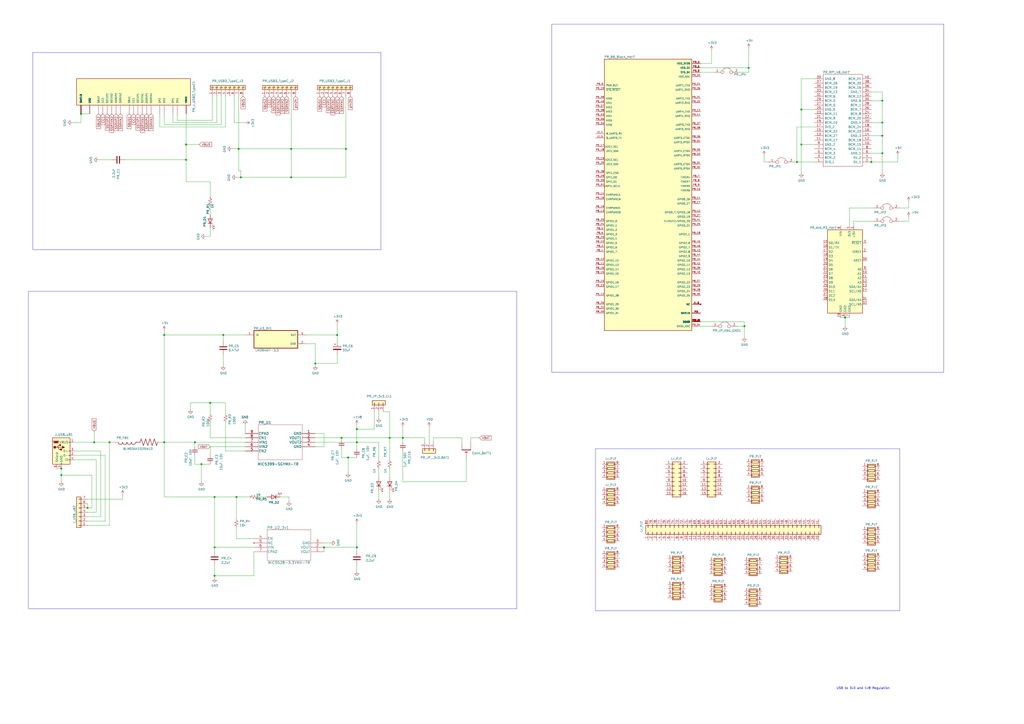
<source format=kicad_sch>
(kicad_sch (version 20230121) (generator eeschema)
  (paper "A2")
  (junction (at 107.95 83.82))
  (junction (at 201.93 265.43))
  (junction (at 200.66 86.36))
  (junction (at 464.82 83.82))
  (junction (at 505.46 93.98))
  (junction (at 182.88 210.82))
  (junction (at 195.58 194.31))
  (junction (at 95.25 194.31))
  (junction (at 490.22 184.15))
  (junction (at 511.81 58.42))
  (junction (at 46.99 66.04))
  (junction (at 95.25 256.54))
  (junction (at 124.46 334.01))
  (junction (at 54.61 256.54))
  (junction (at 207.01 248.92))
  (junction (at 511.81 78.74))
  (junction (at 226.06 254))
  (junction (at 113.03 256.54))
  (junction (at 137.16 288.29))
  (junction (at 139.7 102.87))
  (junction (at 511.81 88.9))
  (junction (at 233.68 254))
  (junction (at 35.56 271.78))
  (junction (at 464.82 63.5))
  (junction (at 107.95 92.71))
  (junction (at 207.01 256.54))
  (junction (at 50.8 294.64))
  (junction (at 121.92 233.68))
  (junction (at 462.28 93.98))
  (junction (at 138.43 86.36))
  (junction (at 511.81 71.12))
  (junction (at 116.84 269.24))
  (junction (at 168.91 102.87))
  (junction (at 124.46 288.29))
  (junction (at 431.8 189.23))
  (junction (at 198.12 254))
  (junction (at 63.5 256.54))
  (junction (at 434.34 39.37))
  (junction (at 168.91 86.36))
  (junction (at 35.56 275.59))
  (junction (at 129.54 194.31))
  (junction (at 124.46 317.5))
  (junction (at 207.01 317.5))
  (junction (at 187.96 317.5))
  (polyline (pts (xy 19.05 30.48) (xy 220.98 30.48)))
  (wire (pts (xy 527.05 128.27) (xy 527.05 125.73)))
  (wire (pts (xy 137.16 288.29) (xy 144.78 288.29)))
  (wire (pts (xy 138.43 55.88) (xy 138.43 86.36)))
  (wire (pts (xy 464.82 45.72) (xy 464.82 63.5)))
  (wire (pts (xy 406.4 36.83) (xy 412.75 36.83)))
  (wire (pts (xy 207.01 256.54) (xy 207.01 260.35)))
  (wire (pts (xy 50.8 289.56) (xy 71.12 289.56)))
  (wire (pts (xy 511.81 71.12) (xy 511.81 78.74)))
  (wire (pts (xy 182.88 251.46) (xy 187.96 251.46)))
  (wire (pts (xy 124.46 288.29) (xy 124.46 317.5)))
  (wire (pts (xy 66.04 256.54) (xy 63.5 256.54)))
  (wire (pts (xy 130.81 55.88) (xy 130.81 73.66)))
  (wire (pts (xy 107.95 66.04) (xy 107.95 83.82)))
  (wire (pts (xy 63.5 256.54) (xy 63.5 304.8)))
  (wire (pts (xy 107.95 83.82) (xy 107.95 92.71)))
  (polyline (pts (xy 521.97 260.35) (xy 521.97 354.33)))
  (wire (pts (xy 177.8 199.39) (xy 182.88 199.39)))
  (wire (pts (xy 135.89 55.88) (xy 135.89 71.12)))
  (wire (pts (xy 64.77 92.71) (xy 57.15 92.71)))
  (wire (pts (xy 60.96 264.16) (xy 60.96 302.26)))
  (wire (pts (xy 43.18 261.62) (xy 58.42 261.62)))
  (wire (pts (xy 201.93 265.43) (xy 201.93 274.32)))
  (wire (pts (xy 121.92 259.08) (xy 121.92 264.16)))
  (wire (pts (xy 115.57 83.82) (xy 107.95 83.82)))
  (polyline (pts (xy 16.51 168.91) (xy 299.72 168.91)))
  (wire (pts (xy 246.38 254) (xy 233.68 254)))
  (wire (pts (xy 270.51 266.7) (xy 270.51 279.4)))
  (wire (pts (xy 50.8 297.18) (xy 55.88 297.18)))
  (wire (pts (xy 50.8 299.72) (xy 58.42 299.72)))
  (polyline (pts (xy 547.37 13.97) (xy 547.37 215.9)))
  (wire (pts (xy 137.16 306.07) (xy 137.16 312.42)))
  (wire (pts (xy 195.58 187.96) (xy 195.58 194.31)))
  (wire (pts (xy 207.01 303.53) (xy 207.01 317.5)))
  (wire (pts (xy 431.8 189.23) (xy 431.8 195.58)))
  (wire (pts (xy 521.97 128.27) (xy 527.05 128.27)))
  (wire (pts (xy 200.66 102.87) (xy 168.91 102.87)))
  (wire (pts (xy 429.26 41.91) (xy 434.34 41.91)))
  (wire (pts (xy 219.71 271.78) (xy 219.71 276.86)))
  (wire (pts (xy 198.12 254) (xy 226.06 254)))
  (wire (pts (xy 125.73 71.12) (xy 125.73 55.88)))
  (polyline (pts (xy 19.05 144.78) (xy 19.05 30.48)))
  (wire (pts (xy 130.81 245.11) (xy 130.81 261.62)))
  (wire (pts (xy 43.18 264.16) (xy 60.96 264.16)))
  (wire (pts (xy 124.46 334.01) (xy 124.46 335.28)))
  (wire (pts (xy 505.46 88.9) (xy 511.81 88.9)))
  (wire (pts (xy 95.25 66.04) (xy 95.25 72.39)))
  (wire (pts (xy 273.05 254) (xy 278.13 254)))
  (polyline (pts (xy 299.72 353.06) (xy 16.51 353.06)))
  (wire (pts (xy 139.7 102.87) (xy 137.16 102.87)))
  (wire (pts (xy 472.44 83.82) (xy 464.82 83.82)))
  (wire (pts (xy 95.25 288.29) (xy 95.25 256.54)))
  (polyline (pts (xy 220.98 144.78) (xy 19.05 144.78)))
  (wire (pts (xy 35.56 271.78) (xy 35.56 275.59)))
  (wire (pts (xy 434.34 39.37) (xy 434.34 27.94)))
  (wire (pts (xy 219.71 284.48) (xy 219.71 289.56)))
  (wire (pts (xy 495.3 130.81) (xy 495.3 128.27)))
  (wire (pts (xy 198.12 265.43) (xy 201.93 265.43)))
  (wire (pts (xy 113.03 264.16) (xy 113.03 269.24)))
  (wire (pts (xy 182.88 210.82) (xy 182.88 212.09)))
  (wire (pts (xy 129.54 205.74) (xy 129.54 212.09)))
  (wire (pts (xy 50.8 292.1) (xy 50.8 294.64)))
  (wire (pts (xy 511.81 58.42) (xy 511.81 71.12)))
  (wire (pts (xy 128.27 72.39) (xy 128.27 55.88)))
  (wire (pts (xy 226.06 238.76) (xy 226.06 254)))
  (wire (pts (xy 431.8 186.69) (xy 431.8 189.23)))
  (wire (pts (xy 168.91 86.36) (xy 200.66 86.36)))
  (wire (pts (xy 93.98 256.54) (xy 95.25 256.54)))
  (wire (pts (xy 138.43 99.06) (xy 139.7 99.06)))
  (wire (pts (xy 121.92 132.08) (xy 121.92 137.16)))
  (wire (pts (xy 520.7 93.98) (xy 520.7 90.17)))
  (wire (pts (xy 233.68 254) (xy 233.68 256.54)))
  (wire (pts (xy 187.96 259.08) (xy 182.88 259.08)))
  (wire (pts (xy 71.12 289.56) (xy 71.12 287.02)))
  (wire (pts (xy 198.12 260.35) (xy 198.12 265.43)))
  (wire (pts (xy 434.34 41.91) (xy 434.34 39.37)))
  (wire (pts (xy 443.23 93.98) (xy 445.77 93.98)))
  (wire (pts (xy 464.82 83.82) (xy 464.82 100.33)))
  (wire (pts (xy 113.03 269.24) (xy 116.84 269.24)))
  (wire (pts (xy 462.28 73.66) (xy 462.28 93.98)))
  (wire (pts (xy 167.64 288.29) (xy 167.64 290.83)))
  (wire (pts (xy 46.99 66.04) (xy 46.99 71.12)))
  (wire (pts (xy 92.71 73.66) (xy 92.71 66.04)))
  (polyline (pts (xy 320.04 215.9) (xy 320.04 13.97)))
  (wire (pts (xy 487.68 184.15) (xy 490.22 184.15)))
  (wire (pts (xy 207.01 248.92) (xy 207.01 256.54)))
  (wire (pts (xy 139.7 99.06) (xy 139.7 102.87)))
  (wire (pts (xy 53.34 275.59) (xy 35.56 275.59)))
  (polyline (pts (xy 345.44 354.33) (xy 345.44 260.35)))
  (wire (pts (xy 233.68 279.4) (xy 270.51 279.4)))
  (wire (pts (xy 233.68 254) (xy 233.68 247.65)))
  (polyline (pts (xy 345.44 260.35) (xy 521.97 260.35)))
  (wire (pts (xy 492.76 120.65) (xy 506.73 120.65)))
  (wire (pts (xy 462.28 93.98) (xy 472.44 93.98)))
  (wire (pts (xy 121.92 105.41) (xy 107.95 105.41)))
  (wire (pts (xy 472.44 73.66) (xy 462.28 73.66)))
  (wire (pts (xy 43.18 266.7) (xy 55.88 266.7)))
  (wire (pts (xy 273.05 256.54) (xy 273.05 254)))
  (wire (pts (xy 182.88 254) (xy 198.12 254)))
  (wire (pts (xy 226.06 284.48) (xy 226.06 289.56)))
  (wire (pts (xy 121.92 105.41) (xy 121.92 114.3)))
  (wire (pts (xy 124.46 288.29) (xy 95.25 288.29)))
  (wire (pts (xy 129.54 198.12) (xy 129.54 194.31)))
  (polyline (pts (xy 521.97 354.33) (xy 345.44 354.33)))
  (wire (pts (xy 495.3 128.27) (xy 506.73 128.27)))
  (wire (pts (xy 464.82 63.5) (xy 464.82 83.82)))
  (wire (pts (xy 177.8 194.31) (xy 195.58 194.31)))
  (wire (pts (xy 226.06 254) (xy 233.68 254)))
  (wire (pts (xy 246.38 256.54) (xy 246.38 254)))
  (wire (pts (xy 134.62 86.36) (xy 138.43 86.36)))
  (wire (pts (xy 200.66 55.88) (xy 200.66 86.36)))
  (wire (pts (xy 121.92 119.38) (xy 121.92 124.46)))
  (wire (pts (xy 55.88 266.7) (xy 55.88 297.18)))
  (wire (pts (xy 490.22 184.15) (xy 492.76 184.15)))
  (wire (pts (xy 406.4 186.69) (xy 431.8 186.69)))
  (wire (pts (xy 472.44 63.5) (xy 464.82 63.5)))
  (wire (pts (xy 207.01 265.43) (xy 201.93 265.43)))
  (wire (pts (xy 116.84 269.24) (xy 121.92 269.24)))
  (wire (pts (xy 222.25 238.76) (xy 226.06 238.76)))
  (wire (pts (xy 121.92 254) (xy 142.24 254)))
  (wire (pts (xy 142.24 251.46) (xy 142.24 246.38)))
  (wire (pts (xy 187.96 317.5) (xy 207.01 317.5)))
  (wire (pts (xy 219.71 238.76) (xy 219.71 242.57)))
  (wire (pts (xy 511.81 88.9) (xy 511.81 100.33)))
  (wire (pts (xy 137.16 288.29) (xy 137.16 300.99)))
  (wire (pts (xy 195.58 194.31) (xy 195.58 198.12)))
  (wire (pts (xy 58.42 261.62) (xy 58.42 299.72)))
  (wire (pts (xy 207.01 246.38) (xy 207.01 248.92)))
  (wire (pts (xy 505.46 53.34) (xy 511.81 53.34)))
  (wire (pts (xy 200.66 86.36) (xy 200.66 102.87)))
  (wire (pts (xy 406.4 189.23) (xy 412.75 189.23)))
  (wire (pts (xy 113.03 256.54) (xy 113.03 259.08)))
  (polyline (pts (xy 299.72 168.91) (xy 299.72 353.06)))
  (wire (pts (xy 267.97 254) (xy 267.97 256.54)))
  (wire (pts (xy 505.46 71.12) (xy 511.81 71.12)))
  (wire (pts (xy 50.8 304.8) (xy 63.5 304.8)))
  (wire (pts (xy 251.46 254) (xy 267.97 254)))
  (wire (pts (xy 124.46 334.01) (xy 147.32 334.01)))
  (wire (pts (xy 124.46 327.66) (xy 124.46 334.01)))
  (wire (pts (xy 100.33 66.04) (xy 100.33 71.12)))
  (wire (pts (xy 505.46 78.74) (xy 511.81 78.74)))
  (wire (pts (xy 54.61 256.54) (xy 63.5 256.54)))
  (wire (pts (xy 116.84 279.4) (xy 116.84 269.24)))
  (wire (pts (xy 35.56 275.59) (xy 35.56 279.4)))
  (wire (pts (xy 492.76 130.81) (xy 492.76 120.65)))
  (polyline (pts (xy 220.98 30.48) (xy 220.98 144.78)))
  (polyline (pts (xy 320.04 13.97) (xy 547.37 13.97)))
  (wire (pts (xy 95.25 256.54) (xy 113.03 256.54)))
  (wire (pts (xy 198.12 254) (xy 198.12 255.27)))
  (wire (pts (xy 182.88 199.39) (xy 182.88 210.82)))
  (wire (pts (xy 219.71 266.7) (xy 219.71 256.54)))
  (wire (pts (xy 121.92 245.11) (xy 121.92 254)))
  (wire (pts (xy 52.07 66.04) (xy 46.99 66.04)))
  (wire (pts (xy 137.16 312.42) (xy 147.32 312.42)))
  (wire (pts (xy 521.97 120.65) (xy 527.05 120.65)))
  (wire (pts (xy 54.61 250.19) (xy 54.61 256.54)))
  (wire (pts (xy 121.92 137.16) (xy 119.38 137.16)))
  (wire (pts (xy 217.17 238.76) (xy 217.17 248.92)))
  (wire (pts (xy 195.58 210.82) (xy 182.88 210.82)))
  (wire (pts (xy 33.02 271.78) (xy 35.56 271.78)))
  (wire (pts (xy 207.01 317.5) (xy 207.01 320.04)))
  (wire (pts (xy 142.24 256.54) (xy 113.03 256.54)))
  (wire (pts (xy 138.43 86.36) (xy 168.91 86.36)))
  (wire (pts (xy 147.32 320.04) (xy 147.32 334.01)))
  (wire (pts (xy 130.81 240.03) (xy 130.81 233.68)))
  (wire (pts (xy 406.4 41.91) (xy 414.02 41.91)))
  (wire (pts (xy 46.99 71.12) (xy 41.91 71.12)))
  (wire (pts (xy 168.91 102.87) (xy 139.7 102.87)))
  (polyline (pts (xy 547.37 215.9) (xy 320.04 215.9)))
  (wire (pts (xy 219.71 256.54) (xy 207.01 256.54)))
  (wire (pts (xy 102.87 69.85) (xy 123.19 69.85)))
  (polyline (pts (xy 16.51 353.06) (xy 16.51 168.91)))
  (wire (pts (xy 511.81 53.34) (xy 511.81 58.42)))
  (wire (pts (xy 187.96 317.5) (xy 187.96 320.04)))
  (wire (pts (xy 226.06 266.7) (xy 226.06 254)))
  (wire (pts (xy 248.92 247.65) (xy 248.92 256.54)))
  (wire (pts (xy 121.92 240.03) (xy 121.92 233.68)))
  (wire (pts (xy 182.88 256.54) (xy 207.01 256.54)))
  (wire (pts (xy 95.25 191.77) (xy 95.25 194.31)))
  (wire (pts (xy 121.92 233.68) (xy 130.81 233.68)))
  (wire (pts (xy 162.56 288.29) (xy 167.64 288.29)))
  (wire (pts (xy 50.8 294.64) (xy 53.34 294.64)))
  (wire (pts (xy 102.87 66.04) (xy 102.87 69.85)))
  (wire (pts (xy 107.95 92.71) (xy 107.95 105.41)))
  (wire (pts (xy 217.17 248.92) (xy 207.01 248.92)))
  (wire (pts (xy 527.05 120.65) (xy 527.05 116.84)))
  (wire (pts (xy 43.18 256.54) (xy 54.61 256.54)))
  (wire (pts (xy 505.46 93.98) (xy 520.7 93.98)))
  (wire (pts (xy 121.92 233.68) (xy 110.49 233.68)))
  (wire (pts (xy 129.54 194.31) (xy 142.24 194.31)))
  (wire (pts (xy 505.46 91.44) (xy 505.46 93.98)))
  (wire (pts (xy 137.16 288.29) (xy 124.46 288.29)))
  (wire (pts (xy 490.22 184.15) (xy 490.22 189.23)))
  (wire (pts (xy 226.06 271.78) (xy 226.06 276.86)))
  (wire (pts (xy 135.89 71.12) (xy 142.24 71.12)))
  (wire (pts (xy 168.91 55.88) (xy 168.91 86.36)))
  (wire (pts (xy 149.86 288.29) (xy 154.94 288.29)))
  (wire (pts (xy 187.96 251.46) (xy 187.96 259.08)))
  (wire (pts (xy 412.75 36.83) (xy 412.75 29.21)))
  (wire (pts (xy 207.01 327.66) (xy 207.01 331.47)))
  (wire (pts (xy 100.33 71.12) (xy 125.73 71.12)))
  (wire (pts (xy 123.19 69.85) (xy 123.19 55.88)))
  (wire (pts (xy 53.34 294.64) (xy 53.34 275.59)))
  (wire (pts (xy 95.25 194.31) (xy 129.54 194.31)))
  (wire (pts (xy 95.25 256.54) (xy 95.25 194.31)))
  (wire (pts (xy 461.01 93.98) (xy 462.28 93.98)))
  (wire (pts (xy 130.81 73.66) (xy 92.71 73.66)))
  (wire (pts (xy 142.24 259.08) (xy 121.92 259.08)))
  (wire (pts (xy 406.4 39.37) (xy 434.34 39.37)))
  (wire (pts (xy 443.23 90.17) (xy 443.23 93.98)))
  (wire (pts (xy 251.46 256.54) (xy 251.46 254)))
  (wire (pts (xy 427.99 189.23) (xy 431.8 189.23)))
  (wire (pts (xy 233.68 261.62) (xy 233.68 279.4)))
  (wire (pts (xy 147.32 317.5) (xy 124.46 317.5)))
  (wire (pts (xy 195.58 205.74) (xy 195.58 210.82)))
  (wire (pts (xy 107.95 92.71) (xy 72.39 92.71)))
  (wire (pts (xy 130.81 261.62) (xy 142.24 261.62)))
  (wire (pts (xy 505.46 58.42) (xy 511.81 58.42)))
  (wire (pts (xy 168.91 86.36) (xy 168.91 102.87)))
  (wire (pts (xy 187.96 314.96) (xy 191.77 314.96)))
  (wire (pts (xy 110.49 233.68) (xy 110.49 237.49)))
  (wire (pts (xy 511.81 78.74) (xy 511.81 88.9)))
  (wire (pts (xy 95.25 72.39) (xy 128.27 72.39)))
  (wire (pts (xy 472.44 45.72) (xy 464.82 45.72)))
  (wire (pts (xy 124.46 317.5) (xy 124.46 320.04)))
  (wire (pts (xy 138.43 86.36) (xy 138.43 99.06)))
  (wire (pts (xy 50.8 302.26) (xy 60.96 302.26)))
  (text "USB to 3v3 and 1v8 Regulation\n" (at 485.14 400.05 0) (effects (font (size 1.27 1.27)) (justify left bottom)))
  (global_label "SBUS2" (shape input) (at 57.15 66.04 270) (property "Intersheetrefs" "${INTERSHEET_REFS}" (effects hide)))
  (global_label "SSRXP2" (shape input) (at 163.83 55.88 270) (property "Intersheetrefs" "${INTERSHEET_REFS}" (effects hide)))
  (global_label "SSRXN2" (shape input) (at 69.85 66.04 270) (property "Intersheetrefs" "${INTERSHEET_REFS}" (effects hide)))
  (global_label "VBUS" (shape input) (at 54.61 250.19 90) (property "Intersheetrefs" "${INTERSHEET_REFS}" (effects hide)))
  (global_label "VBAT" (shape input) (at 278.13 254 0) (property "Intersheetrefs" "${INTERSHEET_REFS}" (effects hide)))
  (global_label "SBUS2" (shape input) (at 153.67 55.88 270) (property "Intersheetrefs" "${INTERSHEET_REFS}" (effects hide)))
  (global_label "SSRTXN1" (shape input) (at 193.04 55.88 270) (property "Intersheetrefs" "${INTERSHEET_REFS}" (effects hide)))
  (global_label "SSTXP1" (shape input) (at 190.5 55.88 270) (property "Intersheetrefs" "${INTERSHEET_REFS}" (effects hide)))
  (global_label "SSTXP2" (shape input) (at 158.75 55.88 270) (property "Intersheetrefs" "${INTERSHEET_REFS}" (effects hide)))
  (global_label "CC1" (shape input) (at 187.96 55.88 270) (property "Intersheetrefs" "${INTERSHEET_REFS}" (effects hide)))
  (global_label "SSRXN1" (shape input) (at 87.63 66.04 270) (property "Intersheetrefs" "${INTERSHEET_REFS}" (effects hide)))
  (global_label "SSRTXN2" (shape input) (at 161.29 55.88 270) (property "Intersheetrefs" "${INTERSHEET_REFS}" (effects hide)))
  (global_label "SSRTXN2" (shape input) (at 64.77 66.04 270) (property "Intersheetrefs" "${INTERSHEET_REFS}" (effects hide)))
  (global_label "SBUS1" (shape input) (at 185.42 55.88 270) (property "Intersheetrefs" "${INTERSHEET_REFS}" (effects hide)))
  (global_label "SSRXN2" (shape input) (at 166.37 55.88 270) (property "Intersheetrefs" "${INTERSHEET_REFS}" (effects hide)))
  (global_label "VBAT" (shape input) (at 121.92 259.08 180) (property "Intersheetrefs" "${INTERSHEET_REFS}" (effects hide)))
  (global_label "VBUS" (shape input) (at 115.57 83.82 0) (property "Intersheetrefs" "${INTERSHEET_REFS}" (effects hide)))
  (global_label "SSRXP1" (shape input) (at 85.09 66.04 270) (property "Intersheetrefs" "${INTERSHEET_REFS}" (effects hide)))
  (global_label "SBUS1" (shape input) (at 74.93 66.04 270) (property "Intersheetrefs" "${INTERSHEET_REFS}" (effects hide)))
  (global_label "SSRXP2" (shape input) (at 67.31 66.04 270) (property "Intersheetrefs" "${INTERSHEET_REFS}" (effects hide)))
  (global_label "SSRXN1" (shape input) (at 198.12 55.88 270) (property "Intersheetrefs" "${INTERSHEET_REFS}" (effects hide)))
  (global_label "CC1" (shape input) (at 59.69 66.04 270) (property "Intersheetrefs" "${INTERSHEET_REFS}" (effects hide)))
  (global_label "SSRTXN1" (shape input) (at 82.55 66.04 270) (property "Intersheetrefs" "${INTERSHEET_REFS}" (effects hide)))
  (global_label "SSTXP1" (shape input) (at 80.01 66.04 270) (property "Intersheetrefs" "${INTERSHEET_REFS}" (effects hide)))
  (global_label "SSTXP2" (shape input) (at 62.23 66.04 270) (property "Intersheetrefs" "${INTERSHEET_REFS}" (effects hide)))
  (global_label "SSRXP1" (shape input) (at 195.58 55.88 270) (property "Intersheetrefs" "${INTERSHEET_REFS}" (effects hide)))
  (global_label "VBUS" (shape input) (at 140.97 55.88 270) (property "Intersheetrefs" "${INTERSHEET_REFS}" (effects hide)))
  (global_label "pin24" (shape input) (at 171.45 55.88 270) (property "Intersheetrefs" "${INTERSHEET_REFS}" (effects hide)))
  (global_label "CC1" (shape input) (at 77.47 66.04 270) (property "Intersheetrefs" "${INTERSHEET_REFS}" (effects hide)))
  (global_label "pin25" (shape input) (at 203.2 55.88 270) (property "Intersheetrefs" "${INTERSHEET_REFS}" (effects hide)))
  (global_label "CC1" (shape input) (at 156.21 55.88 270) (property "Intersheetrefs" "${INTERSHEET_REFS}" (effects hide)))
  (symbol (lib_id "Device:R_Small_US") (at 219.71 269.24 180) (unit 1)
    (property "Reference" "PR_R?" (at 217.17 259.08 90) (effects (justify left)))
    (property "Value" "1K" (at 217.17 271.78 90) (effects (justify left)))
    (property "Footprint" "Resistor_SMD:R_0201_0603Metric" (effects hide))
    (instances (project "FPGAs-Ard_RPi_BB" (path "" (reference "PR_R6") (unit 1))))
  )
  (symbol (lib_id "Device:LED") (at 219.71 280.67 90) (unit 1)
    (property "Reference" "PR_D?" (at 215.9 283.21 0))
    (property "Value" "LED" (effects hide))
    (property "Footprint" "LED_SMD:LED_0201_0603Metric" (effects hide))
    (instances (project "FPGAs-Ard_RPi_BB" (path "" (reference "PR_D3") (unit 1))))
  )
  (symbol (lib_id "power:GND") (at 219.71 289.56 0) (unit 1)
    (property "Reference" "#PWR?" (effects hide))
    (property "Value" "GND" (at 219.837 293.9542 0))
    (instances (project "FPGAs-Ard_RPi_BB" (path "" (reference "#PWR045") (unit 1))))
  )
  (symbol (lib_id "Connector_Generic:Conn_01x03") (at 248.92 261.62 270) (unit 1)
    (property "Reference" "PR_JP__3v3_BAT?" (at 243.84 265.43 90) (effects (justify left)))
    (property "Value" "Conn_01x0" (effects hide))
    (property "Footprint" "Connector_PinHeader_2.54mm:PinHeader_1x03_P2.54mm_Vertical" (effects hide))
    (instances (project "FPGAs-Ard_RPi_BB" (path "" (reference "PR_JP__3v3_BAT1") (unit 1))))
  )
  (symbol (lib_id "Device:C_Small") (at 233.68 259.08 180) (unit 1)
    (property "Reference" "PR_C?" (at 237.49 265.43 90))
    (property "Value" "1uF, 50V" (at 234.95 266.7 90))
    (property "Footprint" "Capacitor_SMD:C_0805_2012Metric" (effects hide))
    (instances (project "FPGAs-Ard_RPi_BB" (path "" (reference "PR_C10") (unit 1))))
  )
  (symbol (lib_id "FPGAs-Ard_RPi_BB-rescue:CR2032-CR2032") (at 270.51 261.62 90) (unit 1)
    (property "Reference" "Conn_BATT?" (at 279.4 262.89 90))
    (property "Value" "CR2032" (effects hide))
    (property "Footprint" "CR2032:CR2032-SMD" (effects hide))
    (instances (project "FPGAs-Ard_RPi_BB" (path "" (reference "Conn_BATT1") (unit 1))))
  )
  (symbol (lib_id "power:VDD") (at 248.92 247.65 0) (unit 1)
    (property "Reference" "#PWR?" (effects hide))
    (property "Value" "VDD" (at 249.301 243.2558 0))
    (instances (project "FPGAs-Ard_RPi_BB" (path "" (reference "#PWR048") (unit 1))))
  )
  (symbol (lib_id "power:+3V3") (at 233.68 247.65 0) (unit 1)
    (property "Reference" "#PWR?" (effects hide))
    (property "Value" "+3V3" (at 234.061 243.2558 0))
    (instances (project "FPGAs-Ard_RPi_BB" (path "" (reference "#PWR047") (unit 1))))
  )
  (symbol (lib_id "FPGAs-Ard_RPi_BB-rescue:MIC5399-SGYMX-TR-2021-11-03_20-27-32") (at 182.88 251.46 0) (mirror y) (unit 1)
    (property "Reference" "PR_U1" (at 153.67 245.11 0) (effects (font (size 1.524 1.524))))
    (property "Value" "MIC5399-SGYMX-TR" (at 161.29 269.24 0) (effects (font (size 1.524 1.524))))
    (property "Footprint" "MIC5399-footprints:MIC5399-SGYMX-TR" (effects hide))
  )
  (symbol (lib_id "Device:C_Small") (at 113.03 261.62 180) (unit 1)
    (property "Reference" "PR_C?" (at 107.95 265.43 90))
    (property "Value" "10uF, 10V" (at 110.49 265.43 90))
    (property "Footprint" "Capacitor_SMD:C_0805_2012Metric" (effects hide))
    (instances (project "FPGAs-Ard_RPi_BB" (path "" (reference "PR_C2") (unit 1))))
  )
  (symbol (lib_id "Device:C_Small") (at 121.92 266.7 180) (unit 1)
    (property "Reference" "PR_C?" (at 125.73 266.7 90))
    (property "Value" "10uF, 10V" (at 128.27 267.97 90))
    (property "Footprint" "Capacitor_SMD:C_0805_2012Metric" (effects hide))
    (instances (project "FPGAs-Ard_RPi_BB" (path "" (reference "PR_C3") (unit 1))))
  )
  (symbol (lib_id "Device:R_Small_US") (at 130.81 242.57 0) (unit 1)
    (property "Reference" "PR_R?" (at 133.35 246.38 90) (effects (justify left)))
    (property "Value" "100K" (at 135.89 246.38 90) (effects (justify left)))
    (property "Footprint" "Resistor_SMD:R_0201_0603Metric" (effects hide))
    (instances (project "FPGAs-Ard_RPi_BB" (path "" (reference "PR_R3") (unit 1))))
  )
  (symbol (lib_id "Device:R_Small_US") (at 121.92 242.57 0) (unit 1)
    (property "Reference" "PR_R?" (at 118.11 247.65 90) (effects (justify left)))
    (property "Value" "100K" (at 120.65 247.65 90) (effects (justify left)))
    (property "Footprint" "Resistor_SMD:R_0201_0603Metric" (effects hide))
    (instances (project "FPGAs-Ard_RPi_BB" (path "" (reference "PR_R2") (unit 1))))
  )
  (symbol (lib_id "Device:C_Small") (at 198.12 257.81 180) (unit 1)
    (property "Reference" "PR_C?" (at 193.04 264.16 90))
    (property "Value" "1uF, 10V" (at 195.58 265.43 90))
    (property "Footprint" "Capacitor_SMD:C_0805_2012Metric" (effects hide))
    (instances (project "FPGAs-Ard_RPi_BB" (path "" (reference "PR_C7") (unit 1))))
  )
  (symbol (lib_id "Device:C_Small") (at 207.01 262.89 180) (unit 1)
    (property "Reference" "PR_C?" (at 210.82 262.89 90))
    (property "Value" "1uF, 10V" (at 213.36 262.89 90))
    (property "Footprint" "Capacitor_SMD:C_0805_2012Metric" (effects hide))
    (instances (project "FPGAs-Ard_RPi_BB" (path "" (reference "PR_C8") (unit 1))))
  )
  (symbol (lib_id "power:GND") (at 116.84 279.4 0) (unit 1)
    (property "Reference" "#PWR?" (effects hide))
    (property "Value" "GND" (at 116.967 283.7942 0))
    (instances (project "FPGAs-Ard_RPi_BB" (path "" (reference "#PWR032") (unit 1))))
  )
  (symbol (lib_id "power:GND") (at 201.93 274.32 0) (unit 1)
    (property "Reference" "#PWR?" (effects hide))
    (property "Value" "GND" (at 202.057 278.7142 0))
    (instances (project "FPGAs-Ard_RPi_BB" (path "" (reference "#PWR040") (unit 1))))
  )
  (symbol (lib_id "power:+3V3") (at 195.58 187.96 0) (unit 1)
    (property "Reference" "#PWR?" (effects hide))
    (property "Value" "+3V3" (at 195.961 183.5658 0))
    (instances (project "FPGAs-Ard_RPi_BB" (path "" (reference "#PWR039") (unit 1))))
  )
  (symbol (lib_id "power:GND") (at 110.49 237.49 0) (unit 1)
    (property "Reference" "#PWR?" (effects hide))
    (property "Value" "GND" (at 110.617 241.8842 0))
    (instances (project "FPGAs-Ard_RPi_BB" (path "" (reference "#PWR030") (unit 1))))
  )
  (symbol (lib_id "power:GND") (at 142.24 246.38 180) (unit 1)
    (property "Reference" "#PWR?" (effects hide))
    (property "Value" "GND" (at 142.113 241.9858 0))
    (instances (project "FPGAs-Ard_RPi_BB" (path "" (reference "#PWR035") (unit 1))))
  )
  (symbol (lib_id "power:+1V8") (at 207.01 246.38 0) (unit 1)
    (property "Reference" "#PWR?" (effects hide))
    (property "Value" "+1V8" (at 207.391 241.9858 0))
    (instances (project "FPGAs-Ard_RPi_BB" (path "" (reference "#PWR041") (unit 1))))
  )
  (symbol (lib_id "Device:R_Small_US") (at 226.06 269.24 180) (unit 1)
    (property "Reference" "PR_R?" (at 223.52 259.08 90) (effects (justify left)))
    (property "Value" "1K" (at 223.52 271.78 90) (effects (justify left)))
    (property "Footprint" "Resistor_SMD:R_0201_0603Metric" (effects hide))
    (instances (project "FPGAs-Ard_RPi_BB" (path "" (reference "PR_R7") (unit 1))))
  )
  (symbol (lib_id "Device:LED") (at 226.06 280.67 90) (unit 1)
    (property "Reference" "PR_D?" (at 229.87 281.94 0))
    (property "Value" "LED" (effects hide))
    (property "Footprint" "LED_SMD:LED_0201_0603Metric" (effects hide))
    (instances (project "FPGAs-Ard_RPi_BB" (path "" (reference "PR_D4") (unit 1))))
  )
  (symbol (lib_id "power:GND") (at 226.06 289.56 0) (unit 1)
    (property "Reference" "#PWR?" (effects hide))
    (property "Value" "GND" (at 226.187 293.9542 0))
    (instances (project "FPGAs-Ard_RPi_BB" (path "" (reference "#PWR046") (unit 1))))
  )
  (symbol (lib_id "Connector_Generic:Conn_01x07") (at 45.72 297.18 180) (unit 1)
    (property "Reference" "J_USB_uB?" (at 43.18 298.45 90))
    (property "Value" "Conn_01x07" (effects hide))
    (property "Footprint" "Connector_PinHeader_2.54mm:PinHeader_1x07_P2.54mm_Vertical" (effects hide))
    (instances (project "FPGAs-Ard_RPi_BB" (path "" (reference "J_USB_uB2") (unit 1))))
  )
  (symbol (lib_id "power:+3V3") (at 71.12 287.02 0) (unit 1)
    (property "Reference" "#PWR?" (effects hide))
    (property "Value" "+3V3" (at 71.501 282.6258 0))
    (instances (project "FPGAs-Ard_RPi_BB" (path "" (reference "#PWR027") (unit 1))))
  )
  (symbol (lib_id "power:GND") (at 35.56 279.4 0) (unit 1)
    (property "Reference" "#PWR?" (effects hide))
    (property "Value" "GND" (at 35.687 283.7942 0))
    (instances (project "FPGAs-Ard_RPi_BB" (path "" (reference "#PWR022") (unit 1))))
  )
  (symbol (lib_id "Connector:USB_B_Micro") (at 35.56 261.62 0) (unit 1)
    (property "Reference" "J_USB_uB?" (at 37.0078 252.095 0))
    (property "Value" "USB_B_Micro" (effects hide))
    (property "Footprint" "Connector_USB:USB_Micro-B_Molex-105017-0001" (effects hide))
    (instances (project "FPGAs-Ard_RPi_BB" (path "" (reference "J_USB_uB1") (unit 1))))
  )
  (symbol (lib_id "Device:C") (at 124.46 323.85 180) (unit 1)
    (property "Reference" "PR_C?" (at 128.27 323.85 0) (effects (justify right)))
    (property "Value" "2.2uF" (at 128.27 326.39 0) (effects (justify right)))
    (property "Footprint" "Capacitor_SMD:C_0805_2012Metric" (effects hide))
    (instances (project "FPGAs-Ard_RPi_BB" (path "" (reference "PR_C4") (unit 1))))
  )
  (symbol (lib_id "power:+3V3") (at 207.01 303.53 0) (unit 1)
    (property "Reference" "#PWR?" (effects hide))
    (property "Value" "+3V3" (at 207.391 299.1358 0))
    (instances (project "FPGAs-Ard_RPi_BB" (path "" (reference "#PWR042") (unit 1))))
  )
  (symbol (lib_id "Device:C") (at 207.01 323.85 180) (unit 1)
    (property "Reference" "PR_C?" (at 212.09 322.58 0) (effects (justify right)))
    (property "Value" "2.2uF" (at 212.09 325.12 0) (effects (justify right)))
    (property "Footprint" "Capacitor_SMD:C_0805_2012Metric" (effects hide))
    (instances (project "FPGAs-Ard_RPi_BB" (path "" (reference "PR_C9") (unit 1))))
  )
  (symbol (lib_id "Device:R_Small_US") (at 137.16 303.53 0) (unit 1)
    (property "Reference" "PR_R?" (at 138.8872 302.3616 0) (effects (justify left)))
    (property "Value" "10k" (at 138.8872 304.673 0) (effects (justify left)))
    (property "Footprint" "Resistor_SMD:R_0201_0603Metric" (effects hide))
    (instances (project "FPGAs-Ard_RPi_BB" (path "" (reference "PR_R4") (unit 1))))
  )
  (symbol (lib_id "power:GND") (at 124.46 335.28 0) (unit 1)
    (property "Reference" "#PWR?" (effects hide))
    (property "Value" "GND" (at 124.587 339.6742 0))
    (instances (project "FPGAs-Ard_RPi_BB" (path "" (reference "#PWR033") (unit 1))))
  )
  (symbol (lib_id "FPGAs-Ard_RPi_BB-rescue:MIC5528-3.3YMX-TR-2021-10-30_08-35-38") (at 187.96 320.04 180) (unit 1)
    (property "Reference" "PR_U2_3v1" (at 161.29 306.07 0) (effects (font (size 1.524 1.524))))
    (property "Value" "MIC5528-3.3YMX-TR" (at 167.64 326.39 0) (effects (font (size 1.524 1.524))))
    (property "Footprint" "MIC5528:MIC5528-3.3YMX-TR" (effects hide))
  )
  (symbol (lib_id "power:GND") (at 207.01 331.47 0) (unit 1)
    (property "Reference" "#PWR?" (effects hide))
    (property "Value" "GND" (at 207.137 335.8642 0))
    (instances (project "FPGAs-Ard_RPi_BB" (path "" (reference "#PWR043") (unit 1))))
  )
  (symbol (lib_id "power:GND") (at 191.77 314.96 90) (unit 1)
    (property "Reference" "#PWR?" (effects hide))
    (property "Value" "GND" (at 196.1642 314.833 0))
    (instances (project "FPGAs-Ard_RPi_BB" (path "" (reference "#PWR038") (unit 1))))
  )
  (symbol (lib_id "Device:R_Small_US") (at 147.32 288.29 270) (unit 1)
    (property "Reference" "PR_R?" (at 148.59 289.56 90) (effects (justify left)))
    (property "Value" "1K" (at 148.59 287.02 90) (effects (justify left)))
    (property "Footprint" "Resistor_SMD:R_0201_0603Metric" (effects hide))
    (instances (project "FPGAs-Ard_RPi_BB" (path "" (reference "PR_R5") (unit 1))))
  )
  (symbol (lib_id "Device:LED") (at 158.75 288.29 180) (unit 1)
    (property "Reference" "PR_D?" (at 158.9278 291.465 0))
    (property "Value" "LED" (effects hide))
    (property "Footprint" "LED_SMD:LED_0201_0603Metric" (effects hide))
    (instances (project "FPGAs-Ard_RPi_BB" (path "" (reference "PR_D2") (unit 1))))
  )
  (symbol (lib_id "power:GND") (at 167.64 290.83 0) (unit 1)
    (property "Reference" "#PWR?" (effects hide))
    (property "Value" "GND" (at 167.767 295.2242 0))
    (instances (project "FPGAs-Ard_RPi_BB" (path "" (reference "#PWR036") (unit 1))))
  )
  (symbol (lib_id "power:GND") (at 137.16 102.87 270) (unit 1)
    (property "Reference" "#PWR028" (effects hide))
    (property "Value" "GND" (at 132.7658 102.997 0))
  )
  (symbol (lib_id "Device:C") (at 68.58 92.71 90) (unit 1)
    (property "Reference" "PR_C1" (at 68.58 97.79 0) (effects (justify right)))
    (property "Value" "2.2uF" (at 66.04 97.79 0) (effects (justify right)))
    (property "Footprint" "Capacitor_SMD:C_0805_2012Metric" (effects hide))
  )
  (symbol (lib_id "power:GND") (at 57.15 92.71 270) (unit 1)
    (property "Reference" "#PWR026" (effects hide))
    (property "Value" "GND" (at 52.7558 92.837 0))
  )
  (symbol (lib_id "FPGAs-Ard_RPi_BB-rescue:UJ31-CH-31-SMT-TR-UJ31-CH-31-SMT-TR") (at 77.47 53.34 270) (unit 1)
    (property "Reference" "PR_J_USB3_TypeC1" (at 112.395 56.0578 0))
    (property "Value" "UJ31-CH-31-SMT-TR" (effects hide))
    (property "Footprint" "UJ31-CH-31-SMT-TR:CUI_UJ31-CH-31-SMT-TR" (effects hide))
    (property "MAXIMUM_PACKAGE_HEIGHT" "3.21 mm" (effects hide))
    (property "MANUFACTURER" "CUI Devices" (effects hide))
    (property "STANDARD" "Manufacturer Recommendations" (effects hide))
    (property "PARTREV" "1.03" (effects hide))
  )
  (symbol (lib_id "power:GND") (at 41.91 71.12 270) (unit 1)
    (property "Reference" "#PWR024" (effects hide))
    (property "Value" "GND" (at 37.5158 71.247 0))
  )
  (symbol (lib_id "Connector:Screw_Terminal_01x08") (at 130.81 50.8 90) (unit 1)
    (property "Reference" "PR_USB3_TypeC_J3" (at 132.08 46.99 90))
    (property "Value" "Screw_Terminal_01x08" (effects hide))
    (property "Footprint" "Connector_PinHeader_2.54mm:PinHeader_1x08_P2.54mm_Vertical" (effects hide))
  )
  (symbol (lib_id "Connector:Screw_Terminal_01x08") (at 161.29 50.8 90) (unit 1)
    (property "Reference" "PR_USB3_TypeC_J2" (at 161.29 46.99 90))
    (property "Value" "Screw_Terminal_01x08" (effects hide))
    (property "Footprint" "Connector_PinHeader_2.54mm:PinHeader_1x08_P2.54mm_Vertical" (effects hide))
  )
  (symbol (lib_id "Connector:Screw_Terminal_01x08") (at 193.04 50.8 90) (unit 1)
    (property "Reference" "PR_USB3_TypeC_J1" (at 194.31 46.99 90))
    (property "Value" "Screw_Terminal_01x08" (effects hide))
    (property "Footprint" "Connector_PinHeader_2.54mm:PinHeader_1x08_P2.54mm_Vertical" (effects hide))
  )
  (symbol (lib_id "power:GND") (at 134.62 86.36 270) (unit 1)
    (property "Reference" "#PWR025" (effects hide))
    (property "Value" "GND" (at 130.2258 86.487 0))
  )
  (symbol (lib_id "power:+3V3") (at 142.24 71.12 270) (unit 1)
    (property "Reference" "#PWR023" (effects hide))
    (property "Value" "+3V3" (at 146.6342 71.501 0))
  )
  (symbol (lib_id "Device:R_Small_US") (at 121.92 116.84 180) (unit 1)
    (property "Reference" "PR_R?" (at 120.65 118.11 90) (effects (justify left)))
    (property "Value" "1K" (at 123.19 118.11 90) (effects (justify left)))
    (property "Footprint" "Resistor_SMD:R_0201_0603Metric" (effects hide))
    (instances (project "FPGAs-Ard_RPi_BB" (path "" (reference "PR_R1") (unit 1))))
  )
  (symbol (lib_id "Device:LED") (at 121.92 128.27 90) (unit 1)
    (property "Reference" "PR_D?" (at 118.745 128.4478 0))
    (property "Value" "LED" (effects hide))
    (property "Footprint" "LED_SMD:LED_0201_0603Metric" (effects hide))
    (instances (project "FPGAs-Ard_RPi_BB" (path "" (reference "PR_D1") (unit 1))))
  )
  (symbol (lib_id "power:GND") (at 119.38 137.16 270) (unit 1)
    (property "Reference" "#PWR?" (effects hide))
    (property "Value" "GND" (at 114.9858 137.287 0))
    (instances (project "FPGAs-Ard_RPi_BB" (path "" (reference "#PWR031") (unit 1))))
  )
  (symbol (lib_id "BLM03AX102SN1D:BLM03AX102SN1D") (at 81.28 256.54 0) (unit 1)
    (property "Reference" "PR_FB1" (at 71.12 254 0))
    (property "Value" "BLM03AX102SN1D" (at 80.01 260.35 0))
    (property "Footprint" "BLM03AX102SN1D:BEADC0603X33N" (effects hide))
  )
  (symbol (lib_id "power:+5V") (at 95.25 191.77 0) (unit 1)
    (property "Reference" "#PWR029" (effects hide))
    (property "Value" "+5V" (at 95.631 187.3758 0))
  )
  (symbol (lib_id "Connector_Generic:Conn_01x03") (at 219.71 233.68 90) (unit 1)
    (property "Reference" "PR_JP_3v3_1v?" (at 227.33 229.87 90) (effects (justify left)))
    (property "Value" "Conn_01x0" (effects hide))
    (property "Footprint" "Connector_PinHeader_2.54mm:PinHeader_1x03_P2.54mm_Vertical" (effects hide))
    (instances (project "FPGAs-Ard_RPi_BB" (path "" (reference "PR_JP_3v3_1v1") (unit 1))))
  )
  (symbol (lib_id "power:GND") (at 219.71 242.57 0) (unit 1)
    (property "Reference" "#PWR?" (effects hide))
    (property "Value" "GND" (at 219.837 246.9642 0))
    (instances (project "FPGAs-Ard_RPi_BB" (path "" (reference "#PWR044") (unit 1))))
  )
  (symbol (lib_id "LM3940IT-3.3:LM3940IT-3.3") (at 160.02 196.85 0) (unit 1)
    (property "Reference" "PR_U3_3V1" (at 152.4 190.5 0))
    (property "Value" "LM3940IT-3.3" (at 154.94 203.2 0))
    (property "Footprint" "LM3940IT-3:TO254P1054X470X1955-3" (effects hide))
  )
  (symbol (lib_id "Device:C") (at 129.54 201.93 0) (unit 1)
    (property "Reference" "PR_C5" (at 132.461 200.7616 0) (effects (justify left)))
    (property "Value" "0.47uf" (at 132.461 203.073 0) (effects (justify left)))
    (property "Footprint" "Capacitor_THT:C_Rect_L4.0mm_W2.5mm_P2.50mm" (effects hide))
  )
  (symbol (lib_id "FPGAs-Ard_RPi_BB-rescue:CP-Device") (at 195.58 201.93 0) (unit 1)
    (property "Reference" "PR_C6" (at 198.5772 200.7616 0) (effects (justify left)))
    (property "Value" "33uF" (at 198.5772 203.073 0) (effects (justify left)))
    (property "Footprint" "Capacitor_THT:CP_Radial_D4.0mm_P2.00mm" (effects hide))
  )
  (symbol (lib_id "power:GND") (at 182.88 212.09 0) (unit 1)
    (property "Reference" "#PWR?" (effects hide))
    (property "Value" "GND" (at 183.007 216.4842 0))
    (instances (project "FPGAs-Ard_RPi_BB" (path "" (reference "#PWR037") (unit 1))))
  )
  (symbol (lib_id "power:GND") (at 129.54 212.09 0) (unit 1)
    (property "Reference" "#PWR?" (effects hide))
    (property "Value" "GND" (at 129.667 216.4842 0))
    (instances (project "FPGAs-Ard_RPi_BB" (path "" (reference "#PWR034") (unit 1))))
  )
  (symbol (lib_id "power:+3V3") (at 412.75 29.21 0) (unit 1)
    (property "Reference" "#PWR?" (effects hide))
    (property "Value" "+3V3" (at 413.131 24.8158 0))
    (instances (project "FPGAs-Ard_RPi_BB" (path "" (reference "#PWR056") (unit 1))))
  )
  (symbol (lib_id "power:+5V") (at 434.34 27.94 0) (unit 1)
    (property "Reference" "#PWR058" (effects hide))
    (property "Value" "+5V" (at 434.721 23.5458 0))
  )
  (symbol (lib_id "FPGAs-Ard_RPi_BB-rescue:Jumper-Device") (at 421.64 41.91 0) (unit 1)
    (property "Reference" "PR_JP4" (at 429.26 43.18 0))
    (property "Value" "Jumper" (effects hide))
    (property "Footprint" "Connector_PinHeader_2.54mm:PinHeader_1x02_P2.54mm_Vertical" (effects hide))
  )
  (symbol (lib_id "MCU_Module:Arduino_UNO_R3") (at 490.22 156.21 0) (unit 1)
    (property "Reference" "PR_Ard_R3_Hdr?" (at 477.52 132.08 0))
    (property "Value" "Arduino_UNO_R3" (effects hide))
    (property "Footprint" "Module:Arduino_UNO_R3" (effects hide))
    (property "Datasheet" "https://www.arduino.cc/en/Main/arduinoBoardUno" (effects hide))
    (instances (project "FPGAs-Ard_RPi_BB" (path "" (reference "PR_Ard_R3_Hdr?") (unit 1)) (path "" (reference "PR_Ard_R3_Hdr1") (unit 1)) (path "" (reference "PR_Ard_R3_Hdr?") (unit 1)) (path "" (reference "PR_Ard_R3_Hdr?") (unit 1))))
  )
  (symbol (lib_id "FPGAs-Ard_RPi_BB-rescue:RASPBERRY_PI_4B_+_Samtec_ESP-120-33-G-D-RASPBERRY_PI_4B_+_Samtec_ESP-1") (at 472.44 45.72 0) (unit 1)
    (property "Reference" "PR_RPi_4B_Hdr?" (at 485.14 41.91 0))
    (property "Value" "RASPBERRY_PI_4B_+_Samtec_ESP-120-33-G-D" (effects hide))
    (property "Footprint" "RASPBERRY_PI_4B_+_Samtec_ESP-1:RASPBERRYPI4B4GB" (effects hide))
    (property "Datasheet" "https://www.raspberrypi.org/documentation/hardware/raspberrypi/mechanical/rpi_MECH_4b_4p0.pdf" (effects hide))
    (property "Description" "RASPBERRY PI 4 MODEL B with Samtec ESP-120-33-G-D connector drawn from underneath for use as a plug in module." (effects hide))
    (property "Height" "24.3" (effects hide))
    (property "Manufacturer_Name" "RASPBERRY-PI" (effects hide))
    (property "Manufacturer_Part_Number" "RASPBERRY PI 4B + Samtec ESP-120-33-G-D" (effects hide))
    (instances (project "FPGAs-Ard_RPi_BB" (path "" (reference "PR_RPi_4B_Hdr?") (unit 1)) (path "" (reference "PR_RPi_4B_Hdr1") (unit 1)) (path "" (reference "PR_RPi_4B_Hdr?") (unit 1)) (path "" (reference "PR_RPi_4B_Hdr?") (unit 1))))
  )
  (symbol (lib_id "FPGAs-Ard_RPi_BB-rescue:BEAGLEBONEBLACK-BEAGLEBONEBLACK") (at 375.92 113.03 0) (unit 1)
    (property "Reference" "PR_BB_Black_Hdr?" (at 359.41 33.02 0))
    (property "Value" "BEAGLEBONEBLACK" (effects hide))
    (property "Footprint" "BEAGLEBONEBLACK:MODULE_BEAGLEBONEBLACK" (effects hide))
    (property "MANUFACTURER" "Bearings Limited" (effects hide))
    (property "MAXIMUM_PACKAGE_HEIGHT" "4.76 mm" (effects hide))
    (property "PARTREV" "C" (effects hide))
    (property "STANDARD" "Manufacturer Recommendations" (effects hide))
    (instances (project "FPGAs-Ard_RPi_BB" (path "" (reference "PR_BB_Black_Hdr?") (unit 1)) (path "" (reference "PR_BB_Black_Hdr1") (unit 1)) (path "" (reference "PR_BB_Black_Hdr?") (unit 1)) (path "" (reference "PR_BB_Black_Hdr?") (unit 1))))
  )
  (symbol (lib_id "power:+5V") (at 520.7 90.17 0) (unit 1)
    (property "Reference" "#PWR053" (effects hide))
    (property "Value" "+5V" (at 521.081 85.7758 0))
  )
  (symbol (lib_id "power:+3V3") (at 443.23 90.17 0) (unit 1)
    (property "Reference" "#PWR?" (effects hide))
    (property "Value" "+3V3" (at 443.611 85.7758 0))
    (instances (project "FPGAs-Ard_RPi_BB" (path "" (reference "#PWR049") (unit 1))))
  )
  (symbol (lib_id "FPGAs-Ard_RPi_BB-rescue:Jumper-Device") (at 453.39 93.98 0) (unit 1)
    (property "Reference" "PR_JP1" (at 449.58 96.52 0))
    (property "Value" "Jumper" (effects hide))
    (property "Footprint" "Connector_PinHeader_2.54mm:PinHeader_1x02_P2.54mm_Vertical" (effects hide))
  )
  (symbol (lib_id "FPGAs-Ard_RPi_BB-rescue:Jumper-Device") (at 514.35 128.27 0) (unit 1)
    (property "Reference" "PR_JP3" (at 510.54 130.81 0))
    (property "Value" "Jumper" (effects hide))
    (property "Footprint" "Connector_PinHeader_2.54mm:PinHeader_1x02_P2.54mm_Vertical" (effects hide))
  )
  (symbol (lib_id "FPGAs-Ard_RPi_BB-rescue:Jumper-Device") (at 514.35 120.65 0) (unit 1)
    (property "Reference" "PR_JP2" (at 510.54 123.19 0))
    (property "Value" "Jumper" (effects hide))
    (property "Footprint" "Connector_PinHeader_2.54mm:PinHeader_1x02_P2.54mm_Vertical" (effects hide))
  )
  (symbol (lib_id "power:+3V3") (at 527.05 116.84 0) (unit 1)
    (property "Reference" "#PWR?" (effects hide))
    (property "Value" "+3V3" (at 530.86 114.3 0))
    (instances (project "FPGAs-Ard_RPi_BB" (path "" (reference "#PWR054") (unit 1))))
  )
  (symbol (lib_id "power:+5V") (at 527.05 125.73 0) (unit 1)
    (property "Reference" "#PWR055" (effects hide))
    (property "Value" "+5V" (at 530.86 123.19 0))
  )
  (symbol (lib_id "power:GND") (at 490.22 189.23 0) (unit 1)
    (property "Reference" "#PWR?" (effects hide))
    (property "Value" "GND" (at 490.347 193.6242 0))
    (instances (project "FPGAs-Ard_RPi_BB" (path "" (reference "#PWR051") (unit 1))))
  )
  (symbol (lib_id "power:GND") (at 511.81 100.33 0) (unit 1)
    (property "Reference" "#PWR?" (effects hide))
    (property "Value" "GND" (at 511.937 104.7242 0))
    (instances (project "FPGAs-Ard_RPi_BB" (path "" (reference "#PWR052") (unit 1))))
  )
  (symbol (lib_id "power:GND") (at 464.82 100.33 0) (unit 1)
    (property "Reference" "#PWR?" (effects hide))
    (property "Value" "GND" (at 464.947 104.7242 0))
    (instances (project "FPGAs-Ard_RPi_BB" (path "" (reference "#PWR050") (unit 1))))
  )
  (symbol (lib_id "power:GND") (at 431.8 195.58 0) (unit 1)
    (property "Reference" "#PWR?" (effects hide))
    (property "Value" "GND" (at 431.927 199.9742 0))
    (instances (project "FPGAs-Ard_RPi_BB" (path "" (reference "#PWR057") (unit 1))))
  )
  (symbol (lib_id "FPGAs-Ard_RPi_BB-rescue:Jumper-Device") (at 420.37 189.23 0) (unit 1)
    (property "Reference" "PR_JP_ANG_GND1" (at 421.64 191.77 0))
    (property "Value" "Jumper" (effects hide))
    (property "Footprint" "Connector_PinHeader_2.54mm:PinHeader_1x02_P2.54mm_Vertical" (effects hide))
  )
  (symbol (lib_id "Connector_Generic:Conn_02x08_Odd_Even") (at 411.48 276.86 0) (unit 1)
    (property "Reference" "Lr_PJ?" (at 412.75 266.065 0))
    (property "Value" "Conn_02x08_Odd_Even" (effects hide))
    (property "Footprint" "Connector_PinHeader_1.00mm:PinHeader_2x08_P1.00mm_Vertical_SMD" (effects hide))
    (instances (project "FPGAs-Ard_RPi_BB" (path "" (reference "Lr_PJ?") (unit 1)) (path "" (reference "Lr_PJ?") (unit 1)) (path "" (reference "Lr_PJ?") (unit 1)) (path "" (reference "Lr_PJ?") (unit 1)) (path "" (reference "Lr_PJ?") (unit 1)) (path "" (reference "Lr_PJ?") (unit 1)) (path "" (reference "PR_PJ2") (unit 1))))
  )
  (symbol (lib_id "Connector_Generic:Conn_02x40_Counter_Clockwise") (at 424.18 308.61 90) (unit 1)
    (property "Reference" "Lr_PJ?" (at 372.11 308.61 0) (effects (justify left)))
    (property "Value" "Conn_02x40_Counter_Clockwise" (effects hide))
    (property "Footprint" "Connector_PinHeader_1.00mm:PinHeader_2x40_P1.00mm_Vertical_SMD" (effects hide))
    (instances (project "FPGAs-Ard_RPi_BB" (path "" (reference "Lr_PJ?") (unit 1)) (path "" (reference "Lr_PJ?") (unit 1)) (path "" (reference "Lr_PJ?") (unit 1)) (path "" (reference "Lr_PJ?") (unit 1)) (path "" (reference "Lr_PJ?") (unit 1)) (path "" (reference "Lr_PJ?") (unit 1)) (path "" (reference "PR_PJ5") (unit 1))))
  )
  (symbol (lib_id "Connector_Generic:Conn_02x08_Odd_Even") (at 391.16 276.86 0) (unit 1)
    (property "Reference" "Lr_PJ?" (at 392.43 266.065 0))
    (property "Value" "Conn_02x08_Odd_Even" (effects hide))
    (property "Footprint" "Connector_PinHeader_1.00mm:PinHeader_2x08_P1.00mm_Vertical_SMD" (effects hide))
    (instances (project "FPGAs-Ard_RPi_BB" (path "" (reference "Lr_PJ?") (unit 1)) (path "" (reference "Lr_PJ?") (unit 1)) (path "" (reference "Lr_PJ?") (unit 1)) (path "" (reference "Lr_PJ?") (unit 1)) (path "" (reference "Lr_PJ?") (unit 1)) (path "" (reference "Lr_PJ?") (unit 1)) (path "" (reference "PR_PJ1") (unit 1))))
  )
  (symbol (lib_id "Device:R_Pack04") (at 354.33 274.32 270) (unit 1)
    (property "Reference" "Lr_PJ?" (at 354.33 266.065 90))
    (property "Value" "R_Pack04" (effects hide))
    (property "Footprint" "Resistor_SMD:R_Array_Convex_4x0603" (effects hide))
    (instances (project "FPGAs-Ard_RPi_BB" (path "" (reference "Lr_PJ?") (unit 1)) (path "" (reference "Lr_PJ?") (unit 1)) (path "" (reference "Lr_PJ?") (unit 1)) (path "" (reference "PR_PJ3") (unit 1)) (path "" (reference "Lr_PJ?") (unit 1))))
  )
  (symbol (lib_id "Device:R_Pack04") (at 354.33 289.56 270) (unit 1)
    (property "Reference" "Lr_PJ?" (at 354.33 281.305 90))
    (property "Value" "R_Pack04" (effects hide))
    (property "Footprint" "Resistor_SMD:R_Array_Convex_4x0603" (effects hide))
    (instances (project "FPGAs-Ard_RPi_BB" (path "" (reference "Lr_PJ?") (unit 1)) (path "" (reference "Lr_PJ?") (unit 1)) (path "" (reference "Lr_PJ?") (unit 1)) (path "" (reference "PR_PJ4") (unit 1)) (path "" (reference "Lr_PJ?") (unit 1))))
  )
  (symbol (lib_id "Device:R_Pack04") (at 354.33 311.15 270) (unit 1)
    (property "Reference" "PR_PJ?" (at 354.33 302.895 90))
    (property "Value" "R_Pack04" (effects hide))
    (property "Footprint" "Resistor_SMD:R_Array_Convex_4x0603" (effects hide))
    (instances (project "FPGAs-Ard_RPi_BB" (path "" (reference "PR_PJ?") (unit 1)) (path "" (reference "PR_PJ?") (unit 1)) (path "" (reference "PR_PJ?") (unit 1)) (path "" (reference "PR_PJ8") (unit 1)) (path "" (reference "PR_PJ?") (unit 1))))
  )
  (symbol (lib_id "Device:R_Pack04") (at 354.33 326.39 270) (unit 1)
    (property "Reference" "PR_PJ?" (at 354.33 318.135 90))
    (property "Value" "R_Pack04" (effects hide))
    (property "Footprint" "Resistor_SMD:R_Array_Convex_4x0603" (effects hide))
    (instances (project "FPGAs-Ard_RPi_BB" (path "" (reference "PR_PJ?") (unit 1)) (path "" (reference "PR_PJ?") (unit 1)) (path "" (reference "PR_PJ?") (unit 1)) (path "" (reference "PR_PJ9") (unit 1)) (path "" (reference "PR_PJ?") (unit 1))))
  )
  (symbol (lib_id "Device:R_Pack04") (at 438.15 273.05 270) (unit 1)
    (property "Reference" "PR_PJ?" (at 438.15 264.795 90))
    (property "Value" "R_Pack04" (effects hide))
    (property "Footprint" "Resistor_SMD:R_Array_Convex_4x0603" (effects hide))
    (instances (project "FPGAs-Ard_RPi_BB" (path "" (reference "PR_PJ?") (unit 1)) (path "" (reference "PR_PJ?") (unit 1)) (path "" (reference "PR_PJ?") (unit 1)) (path "" (reference "PR_PJ6") (unit 1)) (path "" (reference "PR_PJ?") (unit 1))))
  )
  (symbol (lib_id "Device:R_Pack04") (at 438.15 288.29 270) (unit 1)
    (property "Reference" "PR_PJ?" (at 438.15 280.035 90))
    (property "Value" "R_Pack04" (effects hide))
    (property "Footprint" "Resistor_SMD:R_Array_Convex_4x0603" (effects hide))
    (instances (project "FPGAs-Ard_RPi_BB" (path "" (reference "PR_PJ?") (unit 1)) (path "" (reference "PR_PJ?") (unit 1)) (path "" (reference "PR_PJ?") (unit 1)) (path "" (reference "PR_PJ7") (unit 1)) (path "" (reference "PR_PJ?") (unit 1))))
  )
  (symbol (lib_id "Device:R_Pack04") (at 505.46 275.59 270) (unit 1)
    (property "Reference" "PR_PJ?" (at 505.46 267.335 90))
    (property "Value" "R_Pack04" (effects hide))
    (property "Footprint" "Resistor_SMD:R_Array_Convex_4x0603" (effects hide))
    (instances (project "FPGAs-Ard_RPi_BB" (path "" (reference "PR_PJ?") (unit 1)) (path "" (reference "PR_PJ?") (unit 1)) (path "" (reference "PR_PJ?") (unit 1)) (path "" (reference "PR_PJ10") (unit 1)) (path "" (reference "PR_PJ?") (unit 1))))
  )
  (symbol (lib_id "Device:R_Pack04") (at 505.46 290.83 270) (unit 1)
    (property "Reference" "PR_PJ?" (at 505.46 282.575 90))
    (property "Value" "R_Pack04" (effects hide))
    (property "Footprint" "Resistor_SMD:R_Array_Convex_4x0603" (effects hide))
    (instances (project "FPGAs-Ard_RPi_BB" (path "" (reference "PR_PJ?") (unit 1)) (path "" (reference "PR_PJ?") (unit 1)) (path "" (reference "PR_PJ?") (unit 1)) (path "" (reference "PR_PJ11") (unit 1)) (path "" (reference "PR_PJ?") (unit 1))))
  )
  (symbol (lib_id "Device:R_Pack04") (at 505.46 312.42 270) (unit 1)
    (property "Reference" "PR_PJ?" (at 505.46 304.165 90))
    (property "Value" "R_Pack04" (effects hide))
    (property "Footprint" "Resistor_SMD:R_Array_Convex_4x0603" (effects hide))
    (instances (project "FPGAs-Ard_RPi_BB" (path "" (reference "PR_PJ?") (unit 1)) (path "" (reference "PR_PJ?") (unit 1)) (path "" (reference "PR_PJ?") (unit 1)) (path "" (reference "PR_PJ12") (unit 1)) (path "" (reference "PR_PJ?") (unit 1))))
  )
  (symbol (lib_id "Device:R_Pack04") (at 505.46 327.66 270) (unit 1)
    (property "Reference" "PR_PJ?" (at 505.46 319.405 90))
    (property "Value" "R_Pack04" (effects hide))
    (property "Footprint" "Resistor_SMD:R_Array_Convex_4x0603" (effects hide))
    (instances (project "FPGAs-Ard_RPi_BB" (path "" (reference "PR_PJ?") (unit 1)) (path "" (reference "PR_PJ?") (unit 1)) (path "" (reference "PR_PJ?") (unit 1)) (path "" (reference "PR_PJ13") (unit 1)) (path "" (reference "PR_PJ?") (unit 1))))
  )
  (symbol (lib_id "Device:R_Pack04") (at 392.43 328.93 270) (unit 1)
    (property "Reference" "PR_PJ?" (at 392.43 320.675 90))
    (property "Value" "R_Pack04" (effects hide))
    (property "Footprint" "Resistor_SMD:R_Array_Convex_4x0603" (effects hide))
    (instances (project "FPGAs-Ard_RPi_BB" (path "" (reference "PR_PJ?") (unit 1)) (path "" (reference "PR_PJ?") (unit 1)) (path "" (reference "PR_PJ?") (unit 1)) (path "" (reference "PR_PJ14") (unit 1)) (path "" (reference "PR_PJ?") (unit 1))))
  )
  (symbol (lib_id "Device:R_Pack04") (at 392.43 344.17 270) (unit 1)
    (property "Reference" "PR_PJ?" (at 392.43 335.915 90))
    (property "Value" "R_Pack04" (effects hide))
    (property "Footprint" "Resistor_SMD:R_Array_Convex_4x0603" (effects hide))
    (instances (project "FPGAs-Ard_RPi_BB" (path "" (reference "PR_PJ?") (unit 1)) (path "" (reference "PR_PJ?") (unit 1)) (path "" (reference "PR_PJ?") (unit 1)) (path "" (reference "PR_PJ15") (unit 1)) (path "" (reference "PR_PJ?") (unit 1))))
  )
  (symbol (lib_id "Device:R_Pack04") (at 416.56 330.2 270) (unit 1)
    (property "Reference" "PR_PJ?" (at 416.56 321.945 90))
    (property "Value" "R_Pack04" (effects hide))
    (property "Footprint" "Resistor_SMD:R_Array_Convex_4x0603" (effects hide))
    (instances (project "FPGAs-Ard_RPi_BB" (path "" (reference "PR_PJ?") (unit 1)) (path "" (reference "PR_PJ?") (unit 1)) (path "" (reference "PR_PJ?") (unit 1)) (path "" (reference "PR_PJ16") (unit 1)) (path "" (reference "PR_PJ?") (unit 1))))
  )
  (symbol (lib_id "Device:R_Pack04") (at 416.56 345.44 270) (unit 1)
    (property "Reference" "PR_PJ?" (at 416.56 337.185 90))
    (property "Value" "R_Pack04" (effects hide))
    (property "Footprint" "Resistor_SMD:R_Array_Convex_4x0603" (effects hide))
    (instances (project "FPGAs-Ard_RPi_BB" (path "" (reference "PR_PJ?") (unit 1)) (path "" (reference "PR_PJ?") (unit 1)) (path "" (reference "PR_PJ?") (unit 1)) (path "" (reference "PR_PJ17") (unit 1)) (path "" (reference "PR_PJ?") (unit 1))))
  )
  (symbol (lib_id "Device:R_Pack04") (at 436.88 330.2 270) (unit 1)
    (property "Reference" "PR_PJ?" (at 436.88 321.945 90))
    (property "Value" "R_Pack04" (effects hide))
    (property "Footprint" "Resistor_SMD:R_Array_Convex_4x0603" (effects hide))
    (instances (project "FPGAs-Ard_RPi_BB" (path "" (reference "PR_PJ?") (unit 1)) (path "" (reference "PR_PJ?") (unit 1)) (path "" (reference "PR_PJ?") (unit 1)) (path "" (reference "PR_PJ18") (unit 1)) (path "" (reference "PR_PJ?") (unit 1))))
  )
  (symbol (lib_id "Device:R_Pack04") (at 436.88 347.98 270) (unit 1)
    (property "Reference" "PR_PJ?" (at 436.88 339.725 90))
    (property "Value" "R_Pack04" (effects hide))
    (property "Footprint" "Resistor_SMD:R_Array_Convex_4x0603" (effects hide))
    (instances (project "FPGAs-Ard_RPi_BB" (path "" (reference "PR_PJ?") (unit 1)) (path "" (reference "PR_PJ?") (unit 1)) (path "" (reference "PR_PJ?") (unit 1)) (path "" (reference "PR_PJ19") (unit 1)) (path "" (reference "PR_PJ?") (unit 1))))
  )
  (symbol (lib_id "Device:R_Pack04") (at 454.66 328.93 270) (unit 1)
    (property "Reference" "PR_PJ?" (at 454.66 320.675 90))
    (property "Value" "R_Pack04" (effects hide))
    (property "Footprint" "Resistor_SMD:R_Array_Convex_4x0603" (effects hide))
    (instances (project "FPGAs-Ard_RPi_BB" (path "" (reference "PR_PJ?") (unit 1)) (path "" (reference "PR_PJ?") (unit 1)) (path "" (reference "PR_PJ?") (unit 1)) (path "" (reference "PR_PJ20") (unit 1)) (path "" (reference "PR_PJ?") (unit 1))))
  )
)
</source>
